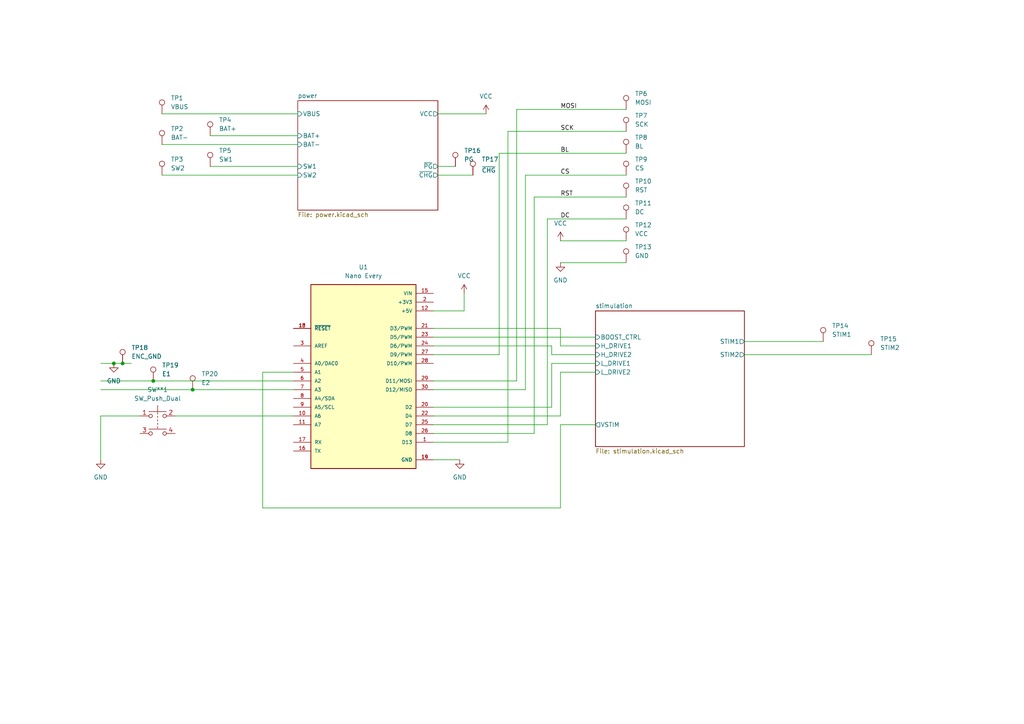
<source format=kicad_sch>
(kicad_sch (version 20211123) (generator eeschema)
  (paper "A4")
  (lib_symbols
    (symbol "Connector:TestPoint" (pin_numbers hide) (pin_names (offset 0.762) hide)
      (property "Reference" "TP" (at 0 6.858 0))
      (property "Value" "TestPoint" (at 0 5.08 0))
      (symbol "TestPoint_0_1"
        (circle (center 0 3.302) (radius 0.762))
      )
      (symbol "TestPoint_1_1"
        (pin passive line (at 0 0 90) (length 2.54) (name "1") (number "1"))
      )
    )
    (symbol "Library:Nano Every" (pin_names (offset 1.016))
      (property "Reference" "U**" (at -15.24 26.289 0))
      (property "Value" "Nano Every" (at -15.24 -30.48 0))
      (symbol "Nano Every_0_0"
        (rectangle (start -15.24 -27.94) (end 15.24 25.4) (stroke (width 0.254)) (fill (type background)))
        (pin bidirectional line (at 20.32 -20.32 180) (length 5.08) (name "D13") (number "1"))
        (pin bidirectional line (at -20.32 -12.7 0) (length 5.08) (name "A6") (number "10"))
        (pin bidirectional line (at -20.32 -15.24 0) (length 5.08) (name "A7") (number "11"))
        (pin power_in line (at 20.32 17.78 180) (length 5.08) (name "+5V") (number "12"))
        (pin input line (at -20.32 12.7 0) (length 5.08) (name "~{RESET}") (number "13"))
        (pin power_in line (at 20.32 -25.4 180) (length 5.08) (name "GND") (number "14"))
        (pin power_in line (at 20.32 22.86 180) (length 5.08) (name "VIN") (number "15"))
        (pin bidirectional line (at -20.32 -22.86 0) (length 5.08) (name "TX") (number "16"))
        (pin bidirectional line (at -20.32 -20.32 0) (length 5.08) (name "RX") (number "17"))
        (pin input line (at -20.32 12.7 0) (length 5.08) (name "~{RESET}") (number "18"))
        (pin power_in line (at 20.32 -25.4 180) (length 5.08) (name "GND") (number "19"))
        (pin power_in line (at 20.32 20.32 180) (length 5.08) (name "+3V3") (number "2"))
        (pin bidirectional line (at 20.32 -10.16 180) (length 5.08) (name "D2") (number "20"))
        (pin bidirectional line (at 20.32 12.7 180) (length 5.08) (name "D3/PWM") (number "21"))
        (pin bidirectional line (at 20.32 -12.7 180) (length 5.08) (name "D4") (number "22"))
        (pin bidirectional line (at 20.32 10.16 180) (length 5.08) (name "D5/PWM") (number "23"))
        (pin bidirectional line (at 20.32 7.62 180) (length 5.08) (name "D6/PWM") (number "24"))
        (pin bidirectional line (at 20.32 -15.24 180) (length 5.08) (name "D7") (number "25"))
        (pin bidirectional line (at 20.32 -17.78 180) (length 5.08) (name "D8") (number "26"))
        (pin bidirectional line (at 20.32 5.08 180) (length 5.08) (name "D9/PWM") (number "27"))
        (pin bidirectional line (at 20.32 2.54 180) (length 5.08) (name "D10/PWM") (number "28"))
        (pin bidirectional line (at 20.32 -2.54 180) (length 5.08) (name "D11/MOSI") (number "29"))
        (pin bidirectional line (at -20.32 7.62 0) (length 5.08) (name "AREF") (number "3"))
        (pin bidirectional line (at 20.32 -5.08 180) (length 5.08) (name "D12/MISO") (number "30"))
        (pin bidirectional line (at -20.32 2.54 0) (length 5.08) (name "A0/DAC0") (number "4"))
        (pin bidirectional line (at -20.32 0 0) (length 5.08) (name "A1") (number "5"))
        (pin bidirectional line (at -20.32 -2.54 0) (length 5.08) (name "A2") (number "6"))
        (pin bidirectional line (at -20.32 -5.08 0) (length 5.08) (name "A3") (number "7"))
        (pin bidirectional line (at -20.32 -7.62 0) (length 5.08) (name "A4/SDA") (number "8"))
        (pin bidirectional line (at -20.32 -10.16 0) (length 5.08) (name "A5/SCL") (number "9"))
      )
    )
    (symbol "Library:SW_Push_Dual" (pin_names (offset 1.016) hide)
      (property "Reference" "SW**" (at 0 7.62 0))
      (property "Value" "SW_Push_Dual" (at 0 5.08 0))
      (symbol "SW_Push_Dual_0_1"
        (circle (center -2.032 -5.08) (radius 0.508))
        (circle (center -2.032 0) (radius 0.508))
        (polyline (pts (xy 0 -3.048) (xy 0 -3.556)))
        (polyline (pts (xy 0 -2.032) (xy 0 -2.54)))
        (polyline (pts (xy 0 -1.524) (xy 0 -1.016)))
        (polyline (pts (xy 0 -0.508) (xy 0 0)))
        (polyline (pts (xy 0 0.508) (xy 0 1.016)))
        (polyline (pts (xy 0 1.27) (xy 0 3.048)))
        (polyline (pts (xy 2.54 -3.81) (xy -2.54 -3.81)))
        (polyline (pts (xy 2.54 1.27) (xy -2.54 1.27)))
        (circle (center 2.032 -5.08) (radius 0.508))
        (circle (center 2.032 0) (radius 0.508))
        (pin passive line (at -5.08 0 0) (length 2.54) (name "1") (number "1"))
        (pin passive line (at 5.08 0 180) (length 2.54) (name "2") (number "2"))
        (pin passive line (at -5.08 -5.08 0) (length 2.54) (name "3") (number "3"))
        (pin passive line (at 5.08 -5.08 180) (length 2.54) (name "4") (number "4"))
      )
    )
    (symbol "power:GND" (power) (pin_names (offset 0))
      (property "Value" "GND" (at 0 -3.81 0))
      (symbol "GND_0_1"
        (polyline (pts (xy 0 0) (xy 0 -1.27) (xy 1.27 -1.27) (xy 0 -2.54) (xy -1.27 -1.27) (xy 0 -1.27)))
      )
      (symbol "GND_1_1"
        (pin power_in line (at 0 0 270) (length 0) hide (name "GND") (number "1"))
      )
    )
    (symbol "power:VCC" (power) (pin_names (offset 0))
      (property "Value" "VCC" (at 0 3.81 0))
      (symbol "VCC_0_1"
        (polyline (pts (xy -0.762 1.27) (xy 0 2.54)))
        (polyline (pts (xy 0 0) (xy 0 2.54)))
        (polyline (pts (xy 0 2.54) (xy 0.762 1.27)))
      )
      (symbol "VCC_1_1"
        (pin power_in line (at 0 0 90) (length 0) hide (name "VCC") (number "1"))
      )
    )
  )
  (junction (at 35.56 105.41))
  (junction (at 55.88 113.03))
  (junction (at 33.02 105.41))
  (junction (at 44.45 110.49))
  (wire (pts (xy 127 48.26) (xy 132.08 48.26)))
  (wire (pts (xy 76.2 107.95) (xy 85.09 107.95)))
  (wire (pts (xy 46.99 50.8) (xy 86.36 50.8)))
  (wire (pts (xy 125.73 118.11) (xy 160.02 118.11)))
  (wire (pts (xy 127 33.02) (xy 140.97 33.02)))
  (wire (pts (xy 162.56 95.25) (xy 162.56 100.33)))
  (wire (pts (xy 125.73 102.87) (xy 144.78 102.87)))
  (wire (pts (xy 125.73 97.79) (xy 172.72 97.79)))
  (wire (pts (xy 55.88 113.03) (xy 85.09 113.03)))
  (wire (pts (xy 33.02 105.41) (xy 35.56 105.41)))
  (wire (pts (xy 50.8 120.65) (xy 85.09 120.65)))
  (wire (pts (xy 60.96 39.37) (xy 86.36 39.37)))
  (wire (pts (xy 158.75 63.5) (xy 181.61 63.5)))
  (wire (pts (xy 125.73 110.49) (xy 149.86 110.49)))
  (wire (pts (xy 162.56 69.85) (xy 181.61 69.85)))
  (wire (pts (xy 46.99 33.02) (xy 86.36 33.02)))
  (wire (pts (xy 160.02 100.33) (xy 160.02 102.87)))
  (wire (pts (xy 125.73 95.25) (xy 162.56 95.25)))
  (wire (pts (xy 162.56 147.32) (xy 76.2 147.32)))
  (wire (pts (xy 125.73 133.35) (xy 133.35 133.35)))
  (wire (pts (xy 29.21 110.49) (xy 44.45 110.49)))
  (wire (pts (xy 134.62 90.17) (xy 125.73 90.17)))
  (wire (pts (xy 29.21 120.65) (xy 29.21 133.35)))
  (wire (pts (xy 46.99 41.91) (xy 86.36 41.91)))
  (wire (pts (xy 125.73 100.33) (xy 160.02 100.33)))
  (wire (pts (xy 125.73 128.27) (xy 147.32 128.27)))
  (wire (pts (xy 162.56 107.95) (xy 172.72 107.95)))
  (wire (pts (xy 160.02 105.41) (xy 172.72 105.41)))
  (wire (pts (xy 162.56 123.19) (xy 162.56 147.32)))
  (wire (pts (xy 215.9 102.87) (xy 252.73 102.87)))
  (wire (pts (xy 29.21 113.03) (xy 55.88 113.03)))
  (wire (pts (xy 144.78 102.87) (xy 144.78 44.45)))
  (wire (pts (xy 125.73 113.03) (xy 152.4 113.03)))
  (wire (pts (xy 147.32 128.27) (xy 147.32 38.1)))
  (wire (pts (xy 125.73 120.65) (xy 162.56 120.65)))
  (wire (pts (xy 29.21 105.41) (xy 33.02 105.41)))
  (wire (pts (xy 40.64 120.65) (xy 29.21 120.65)))
  (wire (pts (xy 152.4 113.03) (xy 152.4 50.8)))
  (wire (pts (xy 35.56 105.41) (xy 38.1 105.41)))
  (wire (pts (xy 162.56 120.65) (xy 162.56 107.95)))
  (wire (pts (xy 149.86 31.75) (xy 181.61 31.75)))
  (wire (pts (xy 44.45 110.49) (xy 85.09 110.49)))
  (wire (pts (xy 76.2 147.32) (xy 76.2 107.95)))
  (wire (pts (xy 125.73 123.19) (xy 158.75 123.19)))
  (wire (pts (xy 147.32 38.1) (xy 181.61 38.1)))
  (wire (pts (xy 158.75 123.19) (xy 158.75 63.5)))
  (wire (pts (xy 125.73 125.73) (xy 154.94 125.73)))
  (wire (pts (xy 134.62 85.09) (xy 134.62 90.17)))
  (wire (pts (xy 160.02 102.87) (xy 172.72 102.87)))
  (wire (pts (xy 160.02 118.11) (xy 160.02 105.41)))
  (wire (pts (xy 154.94 125.73) (xy 154.94 57.15)))
  (wire (pts (xy 215.9 99.06) (xy 238.76 99.06)))
  (wire (pts (xy 162.56 100.33) (xy 172.72 100.33)))
  (wire (pts (xy 152.4 50.8) (xy 181.61 50.8)))
  (wire (pts (xy 127 50.8) (xy 137.16 50.8)))
  (wire (pts (xy 144.78 44.45) (xy 181.61 44.45)))
  (wire (pts (xy 149.86 110.49) (xy 149.86 31.75)))
  (wire (pts (xy 172.72 123.19) (xy 162.56 123.19)))
  (wire (pts (xy 154.94 57.15) (xy 181.61 57.15)))
  (wire (pts (xy 60.96 48.26) (xy 86.36 48.26)))
  (wire (pts (xy 162.56 76.2) (xy 181.61 76.2)))
  (label "DC" (at 162.56 63.5 0))
  (label "RST" (at 162.56 57.15 0))
  (label "BL" (at 162.56 44.45 0))
  (label "SCK" (at 162.56 38.1 0))
  (label "CS" (at 162.56 50.8 0))
  (label "MOSI" (at 162.56 31.75 0))
  (symbol (lib_id "Connector:TestPoint") (at 181.61 76.2 0) (unit 1)
    (property "Reference" "TP13" (at 184.15 71.6279 0) (effects (justify left)))
    (property "Value" "GND" (at 184.15 74.1679 0) (effects (justify left)))
    (property "Footprint" "TestPoint:TestPoint_Pad_D1.5mm" (effects hide))
  )
  (symbol (lib_id "Connector:TestPoint") (at 181.61 50.8 0) (unit 1)
    (property "Reference" "TP9" (at 184.15 46.2279 0) (effects (justify left)))
    (property "Value" "CS" (at 184.15 48.7679 0) (effects (justify left)))
    (property "Footprint" "TestPoint:TestPoint_Pad_D1.5mm" (effects hide))
  )
  (symbol (lib_id "Connector:TestPoint") (at 35.56 105.41 0) (unit 1)
    (property "Reference" "TP18" (at 38.1 100.8379 0) (effects (justify left)))
    (property "Value" "ENC_GND" (at 38.1 103.3779 0) (effects (justify left)))
    (property "Footprint" "TestPoint:TestPoint_THTPad_D2.0mm_Drill1.0mm" (effects hide))
  )
  (symbol (lib_id "Connector:TestPoint") (at 252.73 102.87 0) (unit 1)
    (property "Reference" "TP15" (at 255.27 98.2979 0) (effects (justify left)))
    (property "Value" "STIM2" (at 255.27 100.8379 0) (effects (justify left)))
    (property "Footprint" "TestPoint:TestPoint_THTPad_D2.0mm_Drill1.0mm" (effects hide))
  )
  (symbol (lib_id "power:VCC") (at 162.56 69.85 0) (unit 1)
    (property "Reference" "#PWR0104" (effects hide))
    (property "Value" "VCC" (at 162.56 64.77 0))
  )
  (symbol (lib_id "power:VCC") (at 134.62 85.09 0) (unit 1)
    (property "Reference" "#PWR0102" (effects hide))
    (property "Value" "VCC" (at 134.62 80.01 0))
  )
  (symbol (lib_id "Connector:TestPoint") (at 238.76 99.06 0) (unit 1)
    (property "Reference" "TP14" (at 241.3 94.4879 0) (effects (justify left)))
    (property "Value" "STIM1" (at 241.3 97.0279 0) (effects (justify left)))
    (property "Footprint" "TestPoint:TestPoint_THTPad_D2.0mm_Drill1.0mm" (effects hide))
  )
  (symbol (lib_id "power:GND") (at 133.35 133.35 0) (unit 1)
    (property "Reference" "#PWR0103" (effects hide))
    (property "Value" "GND" (at 133.35 138.43 0))
  )
  (symbol (lib_id "Connector:TestPoint") (at 181.61 38.1 0) (unit 1)
    (property "Reference" "TP7" (at 184.15 33.5279 0) (effects (justify left)))
    (property "Value" "SCK" (at 184.15 36.0679 0) (effects (justify left)))
    (property "Footprint" "TestPoint:TestPoint_Pad_D1.5mm" (effects hide))
  )
  (symbol (lib_id "Connector:TestPoint") (at 46.99 33.02 0) (unit 1)
    (property "Reference" "TP1" (at 49.53 28.4479 0) (effects (justify left)))
    (property "Value" "VBUS" (at 49.53 30.9879 0) (effects (justify left)))
    (property "Footprint" "TestPoint:TestPoint_THTPad_D2.0mm_Drill1.0mm" (effects hide))
  )
  (symbol (lib_id "Connector:TestPoint") (at 181.61 69.85 0) (unit 1)
    (property "Reference" "TP12" (at 184.15 65.2779 0) (effects (justify left)))
    (property "Value" "VCC" (at 184.15 67.8179 0) (effects (justify left)))
    (property "Footprint" "TestPoint:TestPoint_Pad_D1.5mm" (effects hide))
  )
  (symbol (lib_id "Connector:TestPoint") (at 132.08 48.26 0) (unit 1)
    (property "Reference" "TP16" (at 134.62 43.6879 0) (effects (justify left)))
    (property "Value" "PG" (at 134.62 46.2279 0) (effects (justify left)))
    (property "Footprint" "TestPoint:TestPoint_Pad_D1.0mm" (effects hide))
  )
  (symbol (lib_id "power:GND") (at 162.56 76.2 0) (unit 1)
    (property "Reference" "#PWR0105" (effects hide))
    (property "Value" "GND" (at 162.56 81.28 0))
  )
  (symbol (lib_id "Library:Nano Every") (at 105.41 107.95 0) (unit 1)
    (property "Reference" "U1" (at 105.41 77.47 0))
    (property "Value" "Nano Every" (at 105.41 80.01 0))
    (property "Footprint" "Library:Nano Every" (effects hide))
    (property "STANDARD" "Manufacturer Recommendations" (effects hide))
    (property "PARTREV" "6-11-19" (effects hide))
    (property "MANUFACTURER" "Arduino" (effects hide))
  )
  (symbol (lib_id "Connector:TestPoint") (at 46.99 50.8 0) (unit 1)
    (property "Reference" "TP3" (at 49.53 46.2279 0) (effects (justify left)))
    (property "Value" "SW2" (at 49.53 48.7679 0) (effects (justify left)))
    (property "Footprint" "TestPoint:TestPoint_THTPad_D2.0mm_Drill1.0mm" (effects hide))
  )
  (symbol (lib_id "Connector:TestPoint") (at 181.61 31.75 0) (unit 1)
    (property "Reference" "TP6" (at 184.15 27.1779 0) (effects (justify left)))
    (property "Value" "MOSI" (at 184.15 29.7179 0) (effects (justify left)))
    (property "Footprint" "TestPoint:TestPoint_Pad_D1.5mm" (effects hide))
  )
  (symbol (lib_id "Connector:TestPoint") (at 137.16 50.8 0) (unit 1)
    (property "Reference" "TP17" (at 139.7 46.2279 0) (effects (justify left)))
    (property "Value" "~{CHG}" (at 139.7 49.4029 0) (effects (justify left)))
    (property "Footprint" "TestPoint:TestPoint_Pad_D1.0mm" (effects hide))
  )
  (symbol (lib_id "Library:SW_Push_Dual") (at 45.72 120.65 0) (unit 1)
    (property "Reference" "SW**1" (at 45.72 113.03 0))
    (property "Value" "SW_Push_Dual" (at 45.72 115.57 0))
    (property "Footprint" "Library:CS1204AF260-SMD" (effects hide))
  )
  (symbol (lib_id "Connector:TestPoint") (at 44.45 110.49 0) (unit 1)
    (property "Reference" "TP19" (at 46.99 105.9179 0) (effects (justify left)))
    (property "Value" "E1" (at 46.99 108.4579 0) (effects (justify left)))
    (property "Footprint" "TestPoint:TestPoint_THTPad_D2.0mm_Drill1.0mm" (effects hide))
  )
  (symbol (lib_id "Connector:TestPoint") (at 181.61 63.5 0) (unit 1)
    (property "Reference" "TP11" (at 184.15 58.9279 0) (effects (justify left)))
    (property "Value" "DC" (at 184.15 61.4679 0) (effects (justify left)))
    (property "Footprint" "TestPoint:TestPoint_Pad_D1.5mm" (effects hide))
  )
  (symbol (lib_id "power:VCC") (at 140.97 33.02 0) (unit 1)
    (property "Reference" "#PWR0101" (effects hide))
    (property "Value" "VCC" (at 140.97 27.94 0))
  )
  (symbol (lib_id "power:GND") (at 29.21 133.35 0) (unit 1)
    (property "Reference" "#PWR0120" (effects hide))
    (property "Value" "GND" (at 29.21 138.43 0))
  )
  (symbol (lib_id "Connector:TestPoint") (at 46.99 41.91 0) (unit 1)
    (property "Reference" "TP2" (at 49.53 37.3379 0) (effects (justify left)))
    (property "Value" "BAT-" (at 49.53 39.8779 0) (effects (justify left)))
    (property "Footprint" "TestPoint:TestPoint_THTPad_D2.0mm_Drill1.0mm" (effects hide))
  )
  (symbol (lib_id "Connector:TestPoint") (at 55.88 113.03 0) (unit 1)
    (property "Reference" "TP20" (at 58.42 108.4579 0) (effects (justify left)))
    (property "Value" "E2" (at 58.42 110.9979 0) (effects (justify left)))
    (property "Footprint" "TestPoint:TestPoint_THTPad_D2.0mm_Drill1.0mm" (effects hide))
  )
  (symbol (lib_id "Connector:TestPoint") (at 60.96 39.37 0) (unit 1)
    (property "Reference" "TP4" (at 63.5 34.7979 0) (effects (justify left)))
    (property "Value" "BAT+" (at 63.5 37.3379 0) (effects (justify left)))
    (property "Footprint" "TestPoint:TestPoint_THTPad_D2.0mm_Drill1.0mm" (effects hide))
  )
  (symbol (lib_id "Connector:TestPoint") (at 181.61 44.45 0) (unit 1)
    (property "Reference" "TP8" (at 184.15 39.8779 0) (effects (justify left)))
    (property "Value" "BL" (at 184.15 42.4179 0) (effects (justify left)))
    (property "Footprint" "TestPoint:TestPoint_Pad_D1.5mm" (effects hide))
  )
  (symbol (lib_id "Connector:TestPoint") (at 60.96 48.26 0) (unit 1)
    (property "Reference" "TP5" (at 63.5 43.6879 0) (effects (justify left)))
    (property "Value" "SW1" (at 63.5 46.2279 0) (effects (justify left)))
    (property "Footprint" "TestPoint:TestPoint_THTPad_D2.0mm_Drill1.0mm" (effects hide))
  )
  (symbol (lib_id "power:GND") (at 33.02 105.41 0) (unit 1)
    (property "Reference" "#PWR0121" (effects hide))
    (property "Value" "GND" (at 33.02 110.49 0))
  )
  (symbol (lib_id "Connector:TestPoint") (at 181.61 57.15 0) (unit 1)
    (property "Reference" "TP10" (at 184.15 52.5779 0) (effects (justify left)))
    (property "Value" "RST" (at 184.15 55.1179 0) (effects (justify left)))
    (property "Footprint" "TestPoint:TestPoint_Pad_D1.5mm" (effects hide))
  )
  (sheet (at 86.36 29.21) (size 40.64 31.75) (stroke (width 0.1524))
    (property "Sheet name" "power" (at 86.36 28.4984 0) (effects (justify left bottom)))
    (property "Sheet file" "power.kicad_sch" (at 86.36 61.5446 0) (effects (justify left top)))
    (pin "VBUS" input (at 86.36 33.02 180))
    (pin "VCC" output (at 127 33.02 0))
    (pin "BAT+" input (at 86.36 39.37 180))
    (pin "SW2" input (at 86.36 50.8 180))
    (pin "~{CHG}" output (at 127 50.8 0))
    (pin "~{PG}" output (at 127 48.26 0))
    (pin "BAT-" input (at 86.36 41.91 180))
    (pin "SW1" input (at 86.36 48.26 180))
  )
  (sheet (at 172.72 90.17) (size 43.18 39.37) (stroke (width 0.1524))
    (property "Sheet name" "stimulation" (at 172.72 89.4584 0) (effects (justify left bottom)))
    (property "Sheet file" "stimulation.kicad_sch" (at 172.72 130.1246 0) (effects (justify left top)))
    (pin "BOOST_CTRL" input (at 172.72 97.79 180))
    (pin "H_DRIVE2" input (at 172.72 102.87 180))
    (pin "H_DRIVE1" input (at 172.72 100.33 180))
    (pin "L_DRIVE2" input (at 172.72 107.95 180))
    (pin "L_DRIVE1" input (at 172.72 105.41 180))
    (pin "STIM1" output (at 215.9 99.06 0))
    (pin "STIM2" output (at 215.9 102.87 0))
    (pin "VSTIM" output (at 172.72 123.19 180))
  )
)
</source>
